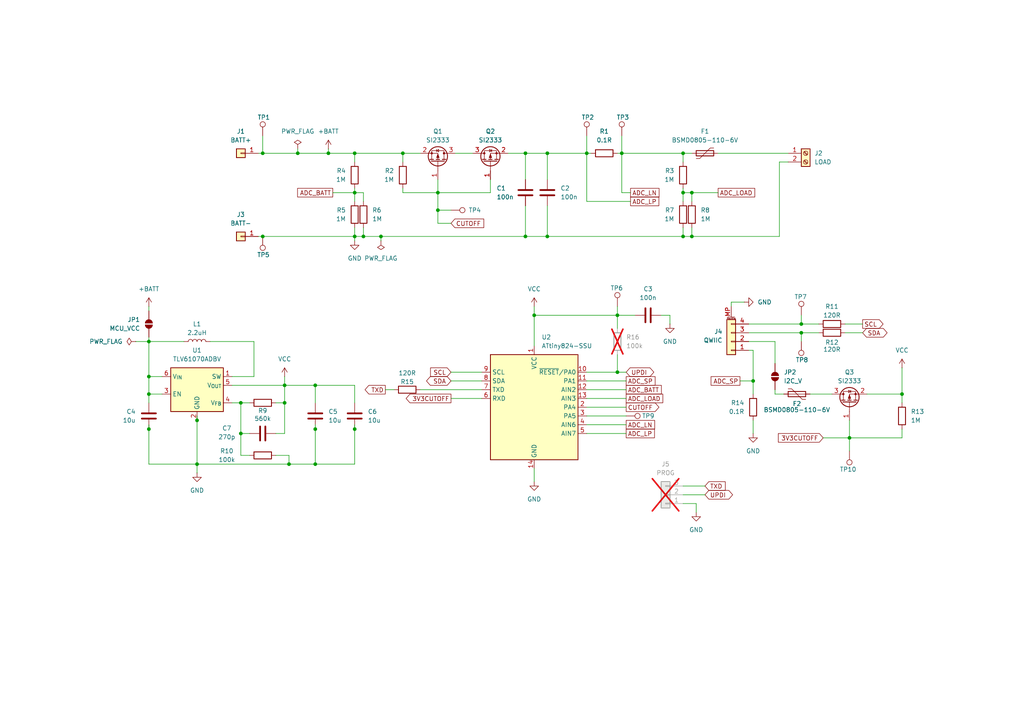
<source format=kicad_sch>
(kicad_sch (version 20250114) (generator "eeschema") (generator_version "9.0")
  (paper "A4")
  (lib_symbols
    (symbol "Connector:Screw_Terminal_01x02" (pin_names (offset 1.016) (hide yes))
      (property "Reference" "J" (at 0 2.54 0))
      (property "Value" "Screw_Terminal_01x02" (at 0 -5.08 0))
      (symbol "Screw_Terminal_01x02_1_1"
        (rectangle (start -1.27 1.27) (end 1.27 -3.81) (stroke (width 0.254)) (fill (type background)))
        (polyline (pts (xy -0.5334 0.3302) (xy 0.3302 -0.508)) (stroke (width 0.1524)))
        (polyline (pts (xy -0.5334 -2.2098) (xy 0.3302 -3.048)) (stroke (width 0.1524)))
        (polyline (pts (xy -0.3556 0.508) (xy 0.508 -0.3302)) (stroke (width 0.1524)))
        (polyline (pts (xy -0.3556 -2.032) (xy 0.508 -2.8702)) (stroke (width 0.1524)))
        (circle (center 0 0) (radius 0.635) (stroke (width 0.1524)))
        (circle (center 0 -2.54) (radius 0.635) (stroke (width 0.1524)))
        (pin passive line (at -5.08 0 0) (length 3.81) (name "Pin_1") (number "1"))
        (pin passive line (at -5.08 -2.54 0) (length 3.81) (name "Pin_2") (number "2"))
      )
    )
    (symbol "Connector:TestPoint" (pin_numbers (hide yes)) (pin_names (offset 0.762) (hide yes))
      (property "Reference" "TP" (at 0 6.858 0))
      (property "Value" "TestPoint" (at 0 5.08 0))
      (symbol "TestPoint_0_1"
        (circle (center 0 3.302) (radius 0.762))
      )
      (symbol "TestPoint_1_1"
        (pin passive line (at 0 0 90) (length 2.54) (name "1") (number "1"))
      )
    )
    (symbol "Connector_Generic:Conn_01x01" (pin_names (offset 1.016) (hide yes))
      (property "Reference" "J" (at 0 2.54 0))
      (property "Value" "Conn_01x01" (at 0 -2.54 0))
      (symbol "Conn_01x01_1_1"
        (rectangle (start -1.27 1.27) (end 1.27 -1.27) (stroke (width 0.254)) (fill (type background)))
        (rectangle (start -1.27 0.127) (end 0 -0.127) (stroke (width 0.1524)))
        (pin passive line (at -5.08 0 0) (length 3.81) (name "Pin_1") (number "1"))
      )
    )
    (symbol "Connector_Generic:Conn_01x03" (pin_names (offset 1.016) (hide yes))
      (property "Reference" "J" (at 0 5.08 0))
      (property "Value" "Conn_01x03" (at 0 -5.08 0))
      (symbol "Conn_01x03_1_1"
        (rectangle (start -1.27 3.81) (end 1.27 -3.81) (stroke (width 0.254)) (fill (type background)))
        (rectangle (start -1.27 2.667) (end 0 2.413) (stroke (width 0.1524)))
        (rectangle (start -1.27 0.127) (end 0 -0.127) (stroke (width 0.1524)))
        (rectangle (start -1.27 -2.413) (end 0 -2.667) (stroke (width 0.1524)))
        (pin passive line (at -5.08 2.54 0) (length 3.81) (name "Pin_1") (number "1"))
        (pin passive line (at -5.08 0 0) (length 3.81) (name "Pin_2") (number "2"))
        (pin passive line (at -5.08 -2.54 0) (length 3.81) (name "Pin_3") (number "3"))
      )
    )
    (symbol "Connector_Generic_MountingPin:Conn_01x04_MountingPin" (pin_names (offset 1.016) (hide yes))
      (property "Reference" "J" (at 0 5.08 0))
      (property "Value" "Conn_01x04_MountingPin" (at 1.27 -7.62 0))
      (symbol "Conn_01x04_MountingPin_1_1"
        (rectangle (start -1.27 3.81) (end 1.27 -6.35) (stroke (width 0.254)) (fill (type background)))
        (rectangle (start -1.27 2.667) (end 0 2.413) (stroke (width 0.1524)))
        (rectangle (start -1.27 0.127) (end 0 -0.127) (stroke (width 0.1524)))
        (rectangle (start -1.27 -2.413) (end 0 -2.667) (stroke (width 0.1524)))
        (rectangle (start -1.27 -4.953) (end 0 -5.207) (stroke (width 0.1524)))
        (polyline (pts (xy -1.016 -7.112) (xy 1.016 -7.112)) (stroke (width 0.1524)))
        (text "Mounting" (at 0 -6.731 0) (effects (font (size 0.381 0.381))))
        (pin passive line (at -5.08 2.54 0) (length 3.81) (name "Pin_1") (number "1"))
        (pin passive line (at -5.08 0 0) (length 3.81) (name "Pin_2") (number "2"))
        (pin passive line (at -5.08 -2.54 0) (length 3.81) (name "Pin_3") (number "3"))
        (pin passive line (at -5.08 -5.08 0) (length 3.81) (name "Pin_4") (number "4"))
        (pin passive line (at 0 -10.16 90) (length 3.048) (name "MountPin") (number "MP"))
      )
    )
    (symbol "Device:C" (pin_numbers (hide yes)) (pin_names (offset 0.254))
      (property "Reference" "C" (at 0.635 2.54 0))
      (property "Value" "C" (at 0.635 -2.54 0))
      (symbol "C_0_1"
        (polyline (pts (xy -2.032 0.762) (xy 2.032 0.762)) (stroke (width 0.508)))
        (polyline (pts (xy -2.032 -0.762) (xy 2.032 -0.762)) (stroke (width 0.508)))
      )
      (symbol "C_1_1"
        (pin passive line (at 0 3.81 270) (length 2.794) (name "~") (number "1"))
        (pin passive line (at 0 -3.81 90) (length 2.794) (name "~") (number "2"))
      )
    )
    (symbol "Device:L" (pin_numbers (hide yes)) (pin_names (offset 1.016) (hide yes))
      (property "Reference" "L" (at -1.27 0 90))
      (property "Value" "L" (at 1.905 0 90))
      (symbol "L_0_1"
        (arc (start 0 2.54) (mid 0.6323 1.905) (end 0 1.27))
        (arc (start 0 1.27) (mid 0.6323 0.635) (end 0 0))
        (arc (start 0 0) (mid 0.6323 -0.635) (end 0 -1.27))
        (arc (start 0 -1.27) (mid 0.6323 -1.905) (end 0 -2.54))
      )
      (symbol "L_1_1"
        (pin passive line (at 0 3.81 270) (length 1.27) (name "1") (number "1"))
        (pin passive line (at 0 -3.81 90) (length 1.27) (name "2") (number "2"))
      )
    )
    (symbol "Device:Polyfuse" (pin_numbers (hide yes)) (pin_names (offset 0))
      (property "Reference" "F" (at -2.54 0 90))
      (property "Value" "Polyfuse" (at 2.54 0 90))
      (symbol "Polyfuse_0_1"
        (polyline (pts (xy -1.524 2.54) (xy -1.524 1.524) (xy 1.524 -1.524) (xy 1.524 -2.54)))
        (rectangle (start -0.762 2.54) (end 0.762 -2.54) (stroke (width 0.254)))
        (polyline (pts (xy 0 2.54) (xy 0 -2.54)))
      )
      (symbol "Polyfuse_1_1"
        (pin passive line (at 0 3.81 270) (length 1.27) (name "~") (number "1"))
        (pin passive line (at 0 -3.81 90) (length 1.27) (name "~") (number "2"))
      )
    )
    (symbol "Device:R" (pin_numbers (hide yes)) (pin_names (offset 0))
      (property "Reference" "R" (at 2.032 0 90))
      (property "Value" "R" (at 0 0 90))
      (symbol "R_0_1"
        (rectangle (start -1.016 -2.54) (end 1.016 2.54) (stroke (width 0.254)))
      )
      (symbol "R_1_1"
        (pin passive line (at 0 3.81 270) (length 1.27) (name "~") (number "1"))
        (pin passive line (at 0 -3.81 90) (length 1.27) (name "~") (number "2"))
      )
    )
    (symbol "Jumper:SolderJumper_2_Open" (pin_numbers (hide yes)) (pin_names (offset 0) (hide yes)) (in_bom no)
      (property "Reference" "JP" (at 0 2.032 0))
      (property "Value" "SolderJumper_2_Open" (at 0 -2.54 0))
      (symbol "SolderJumper_2_Open_0_1"
        (polyline (pts (xy -0.254 1.016) (xy -0.254 -1.016)))
        (arc (start -0.254 -1.016) (mid -1.2656 0) (end -0.254 1.016))
        (arc (start -0.254 -1.016) (mid -1.2656 0) (end -0.254 1.016) (fill (type outline)))
        (arc (start 0.254 1.016) (mid 1.2656 0) (end 0.254 -1.016))
        (arc (start 0.254 1.016) (mid 1.2656 0) (end 0.254 -1.016) (fill (type outline)))
        (polyline (pts (xy 0.254 1.016) (xy 0.254 -1.016)))
      )
      (symbol "SolderJumper_2_Open_1_1"
        (pin passive line (at -3.81 0 0) (length 2.54) (name "A") (number "1"))
        (pin passive line (at 3.81 0 180) (length 2.54) (name "B") (number "2"))
      )
    )
    (symbol "MCU_Microchip_ATtiny:ATtiny824-SS"
      (property "Reference" "U1" (at 2.1433 20.32 0))
      (property "Value" "ATtiny824-SS" (at 2.1433 17.78 0))
      (symbol "ATtiny824-SS_0_1"
        (rectangle (start -12.7 -15.24) (end 12.7 15.24) (stroke (width 0.254)) (fill (type background)))
      )
      (symbol "ATtiny824-SS_1_1"
        (pin bidirectional line (at -15.24 10.16 0) (length 2.54) (name "SCL") (number "9"))
        (pin bidirectional line (at -15.24 7.62 0) (length 2.54) (name "SDA") (number "8"))
        (pin bidirectional line (at -15.24 5.08 0) (length 2.54) (name "TXD") (number "7"))
        (pin bidirectional line (at -15.24 2.54 0) (length 2.54) (name "RXD") (number "6"))
        (pin power_in line (at 0 17.78 270) (length 2.54) (name "VCC") (number "1"))
        (pin power_in line (at 0 -17.78 90) (length 2.54) (name "GND") (number "14"))
        (pin bidirectional line (at 15.24 10.16 180) (length 2.54) (name "~{RESET}/PA0") (number "10"))
        (pin bidirectional line (at 15.24 7.62 180) (length 2.54) (name "PA1") (number "11"))
        (pin bidirectional line (at 15.24 5.08 180) (length 2.54) (name "AIN2") (number "12"))
        (pin bidirectional line (at 15.24 2.54 180) (length 2.54) (name "AIN3") (number "13"))
        (pin bidirectional line (at 15.24 0 180) (length 2.54) (name "PA4") (number "2"))
        (pin bidirectional line (at 15.24 -2.54 180) (length 2.54) (name "PA5") (number "3"))
        (pin bidirectional line (at 15.24 -5.08 180) (length 2.54) (name "AIN6") (number "4"))
        (pin bidirectional line (at 15.24 -7.62 180) (length 2.54) (name "AIN7") (number "5"))
      )
    )
    (symbol "Regulator_Switching:TLV61070ADBV"
      (property "Reference" "U" (at -7.62 8.89 0))
      (property "Value" "TLV61070ADBV" (at 0 8.89 0))
      (symbol "TLV61070ADBV_0_1"
        (rectangle (start -7.62 7.62) (end 7.62 -5.08) (stroke (width 0.254)) (fill (type background)))
      )
      (symbol "TLV61070ADBV_1_1"
        (pin power_in line (at -10.16 5.08 0) (length 2.54) (name "V_{IN}") (number "6"))
        (pin input line (at -10.16 0 0) (length 2.54) (name "EN") (number "3"))
        (pin power_in line (at 0 -7.62 90) (length 2.54) (name "GND") (number "2"))
        (pin input line (at 10.16 5.08 180) (length 2.54) (name "SW") (number "1"))
        (pin power_out line (at 10.16 2.54 180) (length 2.54) (name "V_{OUT}") (number "5"))
        (pin input line (at 10.16 -2.54 180) (length 2.54) (name "V_{FB}") (number "4"))
      )
    )
    (symbol "Transistor_FET:Q_PMOS_GSD" (pin_names (offset 0) (hide yes))
      (property "Reference" "Q" (at 5.08 1.905 0))
      (property "Value" "Q_PMOS_GSD" (at 5.08 0 0))
      (symbol "Q_PMOS_GSD_0_1"
        (polyline (pts (xy 0.254 1.905) (xy 0.254 -1.905)) (stroke (width 0.254)))
        (polyline (pts (xy 0.254 0) (xy -2.54 0)))
        (polyline (pts (xy 0.762 2.286) (xy 0.762 1.27)) (stroke (width 0.254)))
        (polyline (pts (xy 0.762 1.778) (xy 3.302 1.778) (xy 3.302 -1.778) (xy 0.762 -1.778)))
        (polyline (pts (xy 0.762 0.508) (xy 0.762 -0.508)) (stroke (width 0.254)))
        (polyline (pts (xy 0.762 -1.27) (xy 0.762 -2.286)) (stroke (width 0.254)))
        (circle (center 1.651 0) (radius 2.794) (stroke (width 0.254)))
        (polyline (pts (xy 2.286 0) (xy 1.27 0.381) (xy 1.27 -0.381) (xy 2.286 0)) (fill (type outline)))
        (polyline (pts (xy 2.54 2.54) (xy 2.54 1.778)))
        (circle (center 2.54 1.778) (radius 0.254) (fill (type outline)))
        (circle (center 2.54 -1.778) (radius 0.254) (fill (type outline)))
        (polyline (pts (xy 2.54 -2.54) (xy 2.54 0) (xy 0.762 0)))
        (polyline (pts (xy 2.921 -0.381) (xy 3.683 -0.381)))
        (polyline (pts (xy 3.302 -0.381) (xy 2.921 0.254) (xy 3.683 0.254) (xy 3.302 -0.381)))
      )
      (symbol "Q_PMOS_GSD_1_1"
        (pin input line (at -5.08 0 0) (length 2.54) (name "G") (number "1"))
        (pin passive line (at 2.54 5.08 270) (length 2.54) (name "D") (number "3"))
        (pin passive line (at 2.54 -5.08 90) (length 2.54) (name "S") (number "2"))
      )
    )
    (symbol "power:+BATT" (power) (pin_numbers (hide yes)) (pin_names (offset 0) (hide yes))
      (property "Value" "+BATT" (at 0 3.556 0))
      (symbol "+BATT_0_1"
        (polyline (pts (xy -0.762 1.27) (xy 0 2.54)))
        (polyline (pts (xy 0 2.54) (xy 0.762 1.27)))
        (polyline (pts (xy 0 0) (xy 0 2.54)))
      )
      (symbol "+BATT_1_1"
        (pin power_in line (at 0 0 90) (length 0) (name "~") (number "1"))
      )
    )
    (symbol "power:GND" (power) (pin_numbers (hide yes)) (pin_names (offset 0) (hide yes))
      (property "Value" "GND" (at 0 -3.81 0))
      (symbol "GND_0_1"
        (polyline (pts (xy 0 0) (xy 0 -1.27) (xy 1.27 -1.27) (xy 0 -2.54) (xy -1.27 -1.27) (xy 0 -1.27)))
      )
      (symbol "GND_1_1"
        (pin power_in line (at 0 0 270) (length 0) (name "~") (number "1"))
      )
    )
    (symbol "power:PWR_FLAG" (power) (pin_numbers (hide yes)) (pin_names (offset 0) (hide yes))
      (property "Value" "PWR_FLAG" (at 0 3.81 0))
      (symbol "PWR_FLAG_0_0"
        (pin power_out line (at 0 0 90) (length 0) (name "~") (number "1"))
      )
      (symbol "PWR_FLAG_0_1"
        (polyline (pts (xy 0 0) (xy 0 1.27) (xy -1.016 1.905) (xy 0 2.54) (xy 1.016 1.905) (xy 0 1.27)))
      )
    )
    (symbol "power:VCC" (power) (pin_numbers (hide yes)) (pin_names (offset 0) (hide yes))
      (property "Value" "VCC" (at 0 3.556 0))
      (symbol "VCC_0_1"
        (polyline (pts (xy -0.762 1.27) (xy 0 2.54)))
        (polyline (pts (xy 0 2.54) (xy 0.762 1.27)))
        (polyline (pts (xy 0 0) (xy 0 2.54)))
      )
      (symbol "VCC_1_1"
        (pin power_in line (at 0 0 90) (length 0) (name "~") (number "1"))
      )
    )
  )
  (junction (at 180.34 44.45))
  (junction (at 57.15 134.62))
  (junction (at 91.44 134.62))
  (junction (at 95.25 44.45))
  (junction (at 43.18 124.46))
  (junction (at 83.82 134.62))
  (junction (at 179.07 107.95))
  (junction (at 69.85 125.73))
  (junction (at 110.49 68.58))
  (junction (at 218.44 110.49))
  (junction (at 86.36 44.45))
  (junction (at 158.75 68.58))
  (junction (at 91.44 111.76))
  (junction (at 43.18 114.3))
  (junction (at 102.87 44.45))
  (junction (at 82.55 116.84))
  (junction (at 154.94 91.44))
  (junction (at 127 55.88))
  (junction (at 43.18 109.22))
  (junction (at 200.66 68.58))
  (junction (at 91.44 124.46))
  (junction (at 158.75 44.45))
  (junction (at 105.41 68.58))
  (junction (at 179.07 91.44))
  (junction (at 232.41 96.52))
  (junction (at 43.18 99.06))
  (junction (at 76.2 44.45))
  (junction (at 152.4 68.58))
  (junction (at 102.87 55.88))
  (junction (at 116.84 44.45))
  (junction (at 198.12 55.88))
  (junction (at 200.66 55.88))
  (junction (at 127 60.96))
  (junction (at 170.18 44.45))
  (junction (at 246.38 127))
  (junction (at 232.41 93.98))
  (junction (at 198.12 44.45))
  (junction (at 76.2 68.58))
  (junction (at 261.62 114.3))
  (junction (at 57.15 121.92))
  (junction (at 102.87 124.46))
  (junction (at 152.4 44.45))
  (junction (at 198.12 68.58))
  (junction (at 69.85 116.84))
  (junction (at 102.87 68.58))
  (junction (at 82.55 111.76))
  (wire (pts (xy 170.18 123.19) (xy 181.61 123.19)))
  (wire (pts (xy 80.01 132.08) (xy 83.82 132.08)))
  (wire (pts (xy 102.87 68.58) (xy 105.41 68.58)))
  (wire (pts (xy 142.24 52.07) (xy 142.24 55.88)))
  (wire (pts (xy 224.79 99.06) (xy 217.17 99.06)))
  (wire (pts (xy 198.12 44.45) (xy 200.66 44.45)))
  (wire (pts (xy 132.08 44.45) (xy 137.16 44.45)))
  (wire (pts (xy 86.36 43.18) (xy 86.36 44.45)))
  (wire (pts (xy 198.12 54.61) (xy 198.12 55.88)))
  (wire (pts (xy 170.18 44.45) (xy 171.45 44.45)))
  (wire (pts (xy 232.41 96.52) (xy 232.41 99.06)))
  (wire (pts (xy 43.18 114.3) (xy 46.99 114.3)))
  (wire (pts (xy 69.85 116.84) (xy 72.39 116.84)))
  (wire (pts (xy 158.75 68.58) (xy 198.12 68.58)))
  (wire (pts (xy 95.25 44.45) (xy 102.87 44.45)))
  (wire (pts (xy 179.07 88.9) (xy 179.07 91.44)))
  (wire (pts (xy 226.06 68.58) (xy 226.06 46.99)))
  (wire (pts (xy 76.2 44.45) (xy 86.36 44.45)))
  (wire (pts (xy 83.82 132.08) (xy 83.82 134.62)))
  (wire (pts (xy 127 60.96) (xy 130.81 60.96)))
  (wire (pts (xy 218.44 121.92) (xy 218.44 125.73)))
  (wire (pts (xy 73.66 109.22) (xy 73.66 99.06)))
  (wire (pts (xy 127 64.77) (xy 130.81 64.77)))
  (wire (pts (xy 170.18 120.65) (xy 181.61 120.65)))
  (wire (pts (xy 72.39 132.08) (xy 69.85 132.08)))
  (wire (pts (xy 261.62 127) (xy 261.62 124.46)))
  (wire (pts (xy 212.09 87.63) (xy 215.9 87.63)))
  (wire (pts (xy 127 55.88) (xy 127 52.07)))
  (wire (pts (xy 39.37 99.06) (xy 43.18 99.06)))
  (wire (pts (xy 198.12 146.05) (xy 201.93 146.05)))
  (wire (pts (xy 91.44 123.19) (xy 91.44 124.46)))
  (wire (pts (xy 76.2 39.37) (xy 76.2 44.45)))
  (wire (pts (xy 116.84 44.45) (xy 116.84 46.99)))
  (wire (pts (xy 224.79 99.06) (xy 224.79 105.41)))
  (wire (pts (xy 82.55 116.84) (xy 82.55 111.76)))
  (wire (pts (xy 82.55 125.73) (xy 82.55 116.84)))
  (wire (pts (xy 170.18 115.57) (xy 181.61 115.57)))
  (wire (pts (xy 43.18 123.19) (xy 43.18 124.46)))
  (wire (pts (xy 102.87 44.45) (xy 102.87 46.99)))
  (wire (pts (xy 194.31 91.44) (xy 194.31 93.98)))
  (wire (pts (xy 170.18 58.42) (xy 182.88 58.42)))
  (wire (pts (xy 246.38 121.92) (xy 246.38 127)))
  (wire (pts (xy 69.85 125.73) (xy 69.85 116.84)))
  (wire (pts (xy 130.81 115.57) (xy 139.7 115.57)))
  (wire (pts (xy 212.09 87.63) (xy 212.09 88.9)))
  (wire (pts (xy 201.93 146.05) (xy 201.93 148.59)))
  (wire (pts (xy 208.28 44.45) (xy 228.6 44.45)))
  (wire (pts (xy 200.66 66.04) (xy 200.66 68.58)))
  (wire (pts (xy 82.55 111.76) (xy 82.55 109.22)))
  (wire (pts (xy 80.01 125.73) (xy 82.55 125.73)))
  (wire (pts (xy 111.76 113.03) (xy 114.3 113.03)))
  (wire (pts (xy 246.38 127) (xy 246.38 130.81)))
  (wire (pts (xy 180.34 44.45) (xy 198.12 44.45)))
  (wire (pts (xy 105.41 55.88) (xy 102.87 55.88)))
  (wire (pts (xy 102.87 134.62) (xy 91.44 134.62)))
  (wire (pts (xy 224.79 114.3) (xy 224.79 113.03)))
  (wire (pts (xy 245.11 93.98) (xy 250.19 93.98)))
  (wire (pts (xy 43.18 109.22) (xy 46.99 109.22)))
  (wire (pts (xy 152.4 59.69) (xy 152.4 68.58)))
  (wire (pts (xy 102.87 123.19) (xy 102.87 124.46)))
  (wire (pts (xy 74.93 68.58) (xy 76.2 68.58)))
  (wire (pts (xy 91.44 124.46) (xy 91.44 134.62)))
  (wire (pts (xy 102.87 111.76) (xy 91.44 111.76)))
  (wire (pts (xy 80.01 116.84) (xy 82.55 116.84)))
  (wire (pts (xy 217.17 101.6) (xy 218.44 101.6)))
  (wire (pts (xy 127 55.88) (xy 142.24 55.88)))
  (wire (pts (xy 102.87 54.61) (xy 102.87 55.88)))
  (wire (pts (xy 200.66 58.42) (xy 200.66 55.88)))
  (wire (pts (xy 102.87 55.88) (xy 102.87 58.42)))
  (wire (pts (xy 57.15 121.92) (xy 57.15 134.62)))
  (wire (pts (xy 179.07 107.95) (xy 181.61 107.95)))
  (wire (pts (xy 179.07 102.87) (xy 179.07 107.95)))
  (wire (pts (xy 102.87 69.85) (xy 102.87 68.58)))
  (wire (pts (xy 179.07 91.44) (xy 179.07 95.25)))
  (wire (pts (xy 179.07 44.45) (xy 180.34 44.45)))
  (wire (pts (xy 57.15 120.65) (xy 57.15 121.92)))
  (wire (pts (xy 43.18 99.06) (xy 53.34 99.06)))
  (wire (pts (xy 170.18 107.95) (xy 179.07 107.95)))
  (wire (pts (xy 170.18 44.45) (xy 170.18 58.42)))
  (wire (pts (xy 121.92 113.03) (xy 139.7 113.03)))
  (wire (pts (xy 180.34 39.37) (xy 180.34 44.45)))
  (wire (pts (xy 130.81 107.95) (xy 139.7 107.95)))
  (wire (pts (xy 154.94 88.9) (xy 154.94 91.44)))
  (wire (pts (xy 200.66 55.88) (xy 208.28 55.88)))
  (wire (pts (xy 43.18 90.17) (xy 43.18 88.9)))
  (wire (pts (xy 198.12 140.97) (xy 204.47 140.97)))
  (wire (pts (xy 43.18 99.06) (xy 43.18 109.22)))
  (wire (pts (xy 152.4 44.45) (xy 152.4 52.07)))
  (wire (pts (xy 76.2 68.58) (xy 102.87 68.58)))
  (wire (pts (xy 72.39 125.73) (xy 69.85 125.73)))
  (wire (pts (xy 261.62 106.68) (xy 261.62 114.3)))
  (wire (pts (xy 217.17 93.98) (xy 232.41 93.98)))
  (wire (pts (xy 251.46 114.3) (xy 261.62 114.3)))
  (wire (pts (xy 43.18 124.46) (xy 43.18 134.62)))
  (wire (pts (xy 191.77 91.44) (xy 194.31 91.44)))
  (wire (pts (xy 198.12 66.04) (xy 198.12 68.58)))
  (wire (pts (xy 43.18 114.3) (xy 43.18 116.84)))
  (wire (pts (xy 105.41 66.04) (xy 105.41 68.58)))
  (wire (pts (xy 74.93 44.45) (xy 76.2 44.45)))
  (wire (pts (xy 218.44 110.49) (xy 218.44 114.3)))
  (wire (pts (xy 158.75 44.45) (xy 158.75 52.07)))
  (wire (pts (xy 127 55.88) (xy 127 60.96)))
  (wire (pts (xy 102.87 44.45) (xy 116.84 44.45)))
  (wire (pts (xy 82.55 111.76) (xy 67.31 111.76)))
  (wire (pts (xy 43.18 109.22) (xy 43.18 114.3)))
  (wire (pts (xy 158.75 44.45) (xy 170.18 44.45)))
  (wire (pts (xy 238.76 127) (xy 246.38 127)))
  (wire (pts (xy 234.95 114.3) (xy 241.3 114.3)))
  (wire (pts (xy 147.32 44.45) (xy 152.4 44.45)))
  (wire (pts (xy 170.18 125.73) (xy 181.61 125.73)))
  (wire (pts (xy 180.34 44.45) (xy 180.34 55.88)))
  (wire (pts (xy 214.63 110.49) (xy 218.44 110.49)))
  (wire (pts (xy 170.18 110.49) (xy 181.61 110.49)))
  (wire (pts (xy 182.88 55.88) (xy 180.34 55.88)))
  (wire (pts (xy 69.85 132.08) (xy 69.85 125.73)))
  (wire (pts (xy 226.06 46.99) (xy 228.6 46.99)))
  (wire (pts (xy 96.52 55.88) (xy 102.87 55.88)))
  (wire (pts (xy 261.62 114.3) (xy 261.62 116.84)))
  (wire (pts (xy 154.94 91.44) (xy 179.07 91.44)))
  (wire (pts (xy 170.18 113.03) (xy 181.61 113.03)))
  (wire (pts (xy 67.31 116.84) (xy 69.85 116.84)))
  (wire (pts (xy 170.18 39.37) (xy 170.18 44.45)))
  (wire (pts (xy 91.44 111.76) (xy 91.44 116.84)))
  (wire (pts (xy 158.75 59.69) (xy 158.75 68.58)))
  (wire (pts (xy 116.84 55.88) (xy 127 55.88)))
  (wire (pts (xy 102.87 116.84) (xy 102.87 111.76)))
  (wire (pts (xy 86.36 44.45) (xy 95.25 44.45)))
  (wire (pts (xy 110.49 68.58) (xy 152.4 68.58)))
  (wire (pts (xy 246.38 127) (xy 261.62 127)))
  (wire (pts (xy 102.87 124.46) (xy 102.87 134.62)))
  (wire (pts (xy 245.11 96.52) (xy 250.19 96.52)))
  (wire (pts (xy 105.41 58.42) (xy 105.41 55.88)))
  (wire (pts (xy 232.41 91.44) (xy 232.41 93.98)))
  (wire (pts (xy 73.66 99.06) (xy 60.96 99.06)))
  (wire (pts (xy 43.18 99.06) (xy 43.18 97.79)))
  (wire (pts (xy 232.41 96.52) (xy 237.49 96.52)))
  (wire (pts (xy 198.12 143.51) (xy 204.47 143.51)))
  (wire (pts (xy 105.41 68.58) (xy 110.49 68.58)))
  (wire (pts (xy 102.87 66.04) (xy 102.87 68.58)))
  (wire (pts (xy 67.31 109.22) (xy 73.66 109.22)))
  (wire (pts (xy 232.41 93.98) (xy 237.49 93.98)))
  (wire (pts (xy 110.49 69.85) (xy 110.49 68.58)))
  (wire (pts (xy 198.12 55.88) (xy 198.12 58.42)))
  (wire (pts (xy 127 60.96) (xy 127 64.77)))
  (wire (pts (xy 116.84 54.61) (xy 116.84 55.88)))
  (wire (pts (xy 83.82 134.62) (xy 57.15 134.62)))
  (wire (pts (xy 95.25 43.18) (xy 95.25 44.45)))
  (wire (pts (xy 198.12 44.45) (xy 198.12 46.99)))
  (wire (pts (xy 152.4 68.58) (xy 158.75 68.58)))
  (wire (pts (xy 152.4 44.45) (xy 158.75 44.45)))
  (wire (pts (xy 218.44 101.6) (xy 218.44 110.49)))
  (wire (pts (xy 116.84 44.45) (xy 121.92 44.45)))
  (wire (pts (xy 154.94 135.89) (xy 154.94 139.7)))
  (wire (pts (xy 200.66 68.58) (xy 226.06 68.58)))
  (wire (pts (xy 217.17 96.52) (xy 232.41 96.52)))
  (wire (pts (xy 198.12 68.58) (xy 200.66 68.58)))
  (wire (pts (xy 227.33 114.3) (xy 224.79 114.3)))
  (wire (pts (xy 43.18 134.62) (xy 57.15 134.62)))
  (wire (pts (xy 57.15 134.62) (xy 57.15 137.16)))
  (wire (pts (xy 170.18 118.11) (xy 181.61 118.11)))
  (wire (pts (xy 154.94 91.44) (xy 154.94 100.33)))
  (wire (pts (xy 91.44 134.62) (xy 83.82 134.62)))
  (wire (pts (xy 200.66 55.88) (xy 198.12 55.88)))
  (wire (pts (xy 179.07 91.44) (xy 184.15 91.44)))
  (wire (pts (xy 130.81 110.49) (xy 139.7 110.49)))
  (wire (pts (xy 91.44 111.76) (xy 82.55 111.76)))
  (global_label "ADC_LP" (shape passive) (at 182.88 58.42 0) (property "Intersheetrefs" "${INTERSHEET_REFS}" (effects (hide yes))))
  (global_label "UPDI" (shape bidirectional) (at 204.47 143.51 0) (property "Intersheetrefs" "${INTERSHEET_REFS}" (effects (hide yes))))
  (global_label "SCL" (shape output) (at 250.19 93.98 0) (property "Intersheetrefs" "${INTERSHEET_REFS}" (effects (hide yes))))
  (global_label "ADC_SP" (shape passive) (at 214.63 110.49 180) (property "Intersheetrefs" "${INTERSHEET_REFS}" (effects (hide yes))))
  (global_label "CUTOFF" (shape output) (at 181.61 118.11 0) (property "Intersheetrefs" "${INTERSHEET_REFS}" (effects (hide yes))))
  (global_label "ADC_LOAD" (shape passive) (at 208.28 55.88 0) (property "Intersheetrefs" "${INTERSHEET_REFS}" (effects (hide yes))))
  (global_label "ADC_BATT" (shape passive) (at 181.61 113.03 0) (property "Intersheetrefs" "${INTERSHEET_REFS}" (effects (hide yes))))
  (global_label "CUTOFF" (shape input) (at 130.81 64.77 0) (property "Intersheetrefs" "${INTERSHEET_REFS}" (effects (hide yes))))
  (global_label "SCL" (shape input) (at 130.81 107.95 180) (property "Intersheetrefs" "${INTERSHEET_REFS}" (effects (hide yes))))
  (global_label "ADC_LP" (shape passive) (at 181.61 125.73 0) (property "Intersheetrefs" "${INTERSHEET_REFS}" (effects (hide yes))))
  (global_label "ADC_SP" (shape passive) (at 181.61 110.49 0) (property "Intersheetrefs" "${INTERSHEET_REFS}" (effects (hide yes))))
  (global_label "3V3CUTOFF" (shape output) (at 130.81 115.57 180) (property "Intersheetrefs" "${INTERSHEET_REFS}" (effects (hide yes))))
  (global_label "ADC_LOAD" (shape passive) (at 181.61 115.57 0) (property "Intersheetrefs" "${INTERSHEET_REFS}" (effects (hide yes))))
  (global_label "TXD" (shape input) (at 204.47 140.97 0) (property "Intersheetrefs" "${INTERSHEET_REFS}" (effects (hide yes))))
  (global_label "SDA" (shape bidirectional) (at 130.81 110.49 180) (property "Intersheetrefs" "${INTERSHEET_REFS}" (effects (hide yes))))
  (global_label "TXD" (shape output) (at 111.76 113.03 180) (property "Intersheetrefs" "${INTERSHEET_REFS}" (effects (hide yes))))
  (global_label "3V3CUTOFF" (shape input) (at 238.76 127 180) (property "Intersheetrefs" "${INTERSHEET_REFS}" (effects (hide yes))))
  (global_label "ADC_LN" (shape passive) (at 181.61 123.19 0) (property "Intersheetrefs" "${INTERSHEET_REFS}" (effects (hide yes))))
  (global_label "SDA" (shape bidirectional) (at 250.19 96.52 0) (property "Intersheetrefs" "${INTERSHEET_REFS}" (effects (hide yes))))
  (global_label "ADC_LN" (shape passive) (at 182.88 55.88 0) (property "Intersheetrefs" "${INTERSHEET_REFS}" (effects (hide yes))))
  (global_label "ADC_BATT" (shape passive) (at 96.52 55.88 180) (property "Intersheetrefs" "${INTERSHEET_REFS}" (effects (hide yes))))
  (global_label "UPDI" (shape bidirectional) (at 181.61 107.95 0) (property "Intersheetrefs" "${INTERSHEET_REFS}" (effects (hide yes))))
  (symbol (lib_id "power:VCC") (at 82.55 109.22 0) (unit 1)
    (property "Reference" "#PWR04" (effects (hide yes)))
    (property "Value" "VCC" (at 82.55 104.14 0))
    (property "Description" "Power symbol creates a global label with name \"VCC\"" (effects (hide yes)))
  )
  (symbol (lib_id "Transistor_FET:Q_PMOS_GSD") (at 142.24 46.99 90) (unit 1)
    (property "Reference" "Q2" (at 142.24 38.1 90))
    (property "Value" "SI2333" (at 142.24 40.64 90))
    (property "Footprint" "Package_TO_SOT_SMD:SOT-23-3" (effects (hide yes)))
    (property "Description" "P-MOSFET transistor, gate/source/drain" (effects (hide yes)))
  )
  (symbol (lib_id "Device:R") (at 105.41 62.23 0) (unit 1)
    (property "Reference" "R6" (at 107.95 60.9599 0) (effects (justify left)))
    (property "Value" "1M" (at 107.95 63.4999 0) (effects (justify left)))
    (property "Description" "Resistor" (effects (hide yes)))
  )
  (symbol (lib_id "Device:L") (at 57.15 99.06 90) (unit 1)
    (property "Reference" "L1" (at 57.15 93.98 90))
    (property "Value" "2.2uH" (at 57.15 96.52 90))
    (property "Description" "Inductor" (effects (hide yes)))
  )
  (symbol (lib_id "power:+BATT") (at 95.25 43.18 0) (unit 1)
    (property "Reference" "#PWR02" (effects (hide yes)))
    (property "Value" "+BATT" (at 95.25 38.1 0))
    (property "Description" "Power symbol creates a global label with name \"+BATT\"" (effects (hide yes)))
  )
  (symbol (lib_id "Connector:TestPoint") (at 232.41 91.44 0) (unit 1)
    (property "Reference" "TP7" (at 230.378 86.106 0) (effects (justify left)))
    (property "Value" "TestPoint" (effects (hide yes)))
    (property "Description" "test point" (effects (hide yes)))
  )
  (symbol (lib_id "Transistor_FET:Q_PMOS_GSD") (at 127 46.99 270) (mirror x) (unit 1)
    (property "Reference" "Q1" (at 127 38.1 90))
    (property "Value" "SI2333" (at 127 40.64 90))
    (property "Footprint" "Package_TO_SOT_SMD:SOT-23-3" (effects (hide yes)))
    (property "Description" "P-MOSFET transistor, gate/source/drain" (effects (hide yes)))
  )
  (symbol (lib_id "Device:R") (at 241.3 96.52 90) (mirror x) (unit 1)
    (property "Reference" "R12" (at 241.3 99.314 90))
    (property "Value" "120R" (at 241.3 101.346 90))
    (property "Description" "Resistor" (effects (hide yes)))
  )
  (symbol (lib_id "Device:R") (at 116.84 50.8 0) (mirror y) (unit 1)
    (property "Reference" "R2" (at 114.3 49.5299 0) (effects (justify left)))
    (property "Value" "1M" (at 114.3 52.0699 0) (effects (justify left)))
    (property "Description" "Resistor" (effects (hide yes)))
  )
  (symbol (lib_id "Device:R") (at 241.3 93.98 90) (unit 1)
    (property "Reference" "R11" (at 241.3 88.9 90))
    (property "Value" "120R" (at 241.3 91.44 90))
    (property "Description" "Resistor" (effects (hide yes)))
  )
  (symbol (lib_id "Connector_Generic:Conn_01x01") (at 69.85 68.58 180) (unit 1)
    (property "Reference" "J3" (at 69.85 62.23 0))
    (property "Value" "BATT-" (at 69.85 64.77 0))
    (property "Description" "Generic connector, single row, 01x01, script generated (kicad-library-utils/schlib/autogen/connector/)" (effects (hide yes)))
  )
  (symbol (lib_id "Device:C") (at 187.96 91.44 90) (unit 1)
    (property "Reference" "C3" (at 187.96 83.82 90))
    (property "Value" "100n" (at 187.96 86.36 90))
    (property "Description" "Unpolarized capacitor" (effects (hide yes)))
  )
  (symbol (lib_id "Device:C") (at 91.44 120.65 0) (unit 1)
    (property "Reference" "C5" (at 95.25 119.3799 0) (effects (justify left)))
    (property "Value" "10u" (at 95.25 121.9199 0) (effects (justify left)))
    (property "Description" "Unpolarized capacitor" (effects (hide yes)))
  )
  (symbol (lib_id "Device:C") (at 76.2 125.73 90) (unit 1)
    (property "Reference" "C7" (at 65.786 124.206 90))
    (property "Value" "270p" (at 65.786 126.746 90))
    (property "Description" "Unpolarized capacitor" (effects (hide yes)))
  )
  (symbol (lib_id "Device:R") (at 198.12 62.23 0) (mirror y) (unit 1)
    (property "Reference" "R7" (at 195.58 60.9599 0) (effects (justify left)))
    (property "Value" "1M" (at 195.58 63.4999 0) (effects (justify left)))
    (property "Description" "Resistor" (effects (hide yes)))
  )
  (symbol (lib_id "power:PWR_FLAG") (at 110.49 69.85 180) (unit 1)
    (property "Reference" "#FLG02" (effects (hide yes)))
    (property "Value" "PWR_FLAG" (at 110.49 74.93 0))
    (property "Description" "Special symbol for telling ERC where power comes from" (effects (hide yes)))
  )
  (symbol (lib_id "Device:C") (at 152.4 55.88 0) (unit 1)
    (property "Reference" "C1" (at 144.018 54.61 0) (effects (justify left)))
    (property "Value" "100n" (at 144.018 57.15 0) (effects (justify left)))
    (property "Description" "Unpolarized capacitor" (effects (hide yes)))
  )
  (symbol (lib_id "Device:R") (at 261.62 120.65 0) (unit 1)
    (property "Reference" "R13" (at 264.16 119.3799 0) (effects (justify left)))
    (property "Value" "1M" (at 264.16 121.9199 0) (effects (justify left)))
    (property "Description" "Resistor" (effects (hide yes)))
  )
  (symbol (lib_id "power:PWR_FLAG") (at 86.36 43.18 0) (unit 1)
    (property "Reference" "#FLG01" (effects (hide yes)))
    (property "Value" "PWR_FLAG" (at 86.36 38.1 0))
    (property "Description" "Special symbol for telling ERC where power comes from" (effects (hide yes)))
  )
  (symbol (lib_id "Device:R") (at 76.2 132.08 90) (unit 1)
    (property "Reference" "R10" (at 65.786 130.81 90))
    (property "Value" "100k" (at 65.786 133.35 90))
    (property "Description" "Resistor" (effects (hide yes)))
  )
  (symbol (lib_id "Connector:TestPoint") (at 232.41 99.06 180) (unit 1)
    (property "Reference" "TP8" (at 234.442 104.394 0) (effects (justify left)))
    (property "Value" "TestPoint" (effects (hide yes)))
    (property "Description" "test point" (effects (hide yes)))
  )
  (symbol (lib_id "Device:R") (at 118.11 113.03 90) (unit 1)
    (property "Reference" "R15" (at 118.11 110.744 90))
    (property "Value" "120R" (at 118.11 108.204 90))
    (property "Description" "Resistor" (effects (hide yes)))
  )
  (symbol (lib_id "Connector:TestPoint") (at 76.2 39.37 0) (unit 1)
    (property "Reference" "TP1" (at 74.676 34.036 0) (effects (justify left)))
    (property "Value" "TestPoint" (effects (hide yes)))
    (property "Description" "test point" (effects (hide yes)))
  )
  (symbol (lib_id "Connector_Generic_MountingPin:Conn_01x04_MountingPin") (at 212.09 99.06 180) (unit 1)
    (property "Reference" "J4" (at 209.55 96.1643 0) (effects (justify left)))
    (property "Value" "QWIIC" (at 209.55 98.7043 0) (effects (justify left)))
    (property "Description" "Generic connectable mounting pin connector, single row, 01x04, script generated (kicad-library-utils/schlib/autogen/connector/)" (effects (hide yes)))
  )
  (symbol (lib_id "MCU_Microchip_ATtiny:ATtiny824-SS") (at 154.94 118.11 0) (unit 1)
    (property "Reference" "U2" (at 157.0833 97.79 0) (effects (justify left)))
    (property "Value" "ATtiny824-SSU" (at 157.0833 100.33 0) (effects (justify left)))
    (property "Footprint" "Package_SO:SOIC-14_3.9x8.7mm_P1.27mm" (effects (hide yes)))
    (property "Datasheet" "https://ww1.microchip.com/downloads/en/DeviceDoc/ATtiny424-426-427-824-826-827-DataSheet-DS40002311A.pdf" (effects (hide yes)))
    (property "Description" "20MHz, 8kB Flash, 1kB SRAM, 128B EEPROM, SOIC-14" (effects (hide yes)))
  )
  (symbol (lib_id "Connector:TestPoint") (at 76.2 68.58 180) (unit 1)
    (property "Reference" "TP5" (at 78.232 73.914 0) (effects (justify left)))
    (property "Value" "TestPoint" (effects (hide yes)))
    (property "Description" "test point" (effects (hide yes)))
  )
  (symbol (lib_id "power:GND") (at 218.44 125.73 0) (unit 1)
    (property "Reference" "#PWR011" (effects (hide yes)))
    (property "Value" "GND" (at 218.44 130.81 0))
    (property "Description" "Power symbol creates a global label with name \"GND\" , ground" (effects (hide yes)))
  )
  (symbol (lib_id "power:GND") (at 201.93 148.59 0) (unit 1)
    (property "Reference" "#PWR012" (effects (hide yes)))
    (property "Value" "GND" (at 201.93 153.67 0))
    (property "Description" "Power symbol creates a global label with name \"GND\" , ground" (effects (hide yes)))
  )
  (symbol (lib_id "Connector:TestPoint") (at 246.38 130.81 180) (unit 1)
    (property "Reference" "TP10" (at 248.412 136.144 0) (effects (justify left)))
    (property "Value" "TestPoint" (effects (hide yes)))
    (property "Description" "test point" (effects (hide yes)))
  )
  (symbol (lib_id "Device:R") (at 102.87 62.23 0) (mirror y) (unit 1)
    (property "Reference" "R5" (at 100.33 60.9599 0) (effects (justify left)))
    (property "Value" "1M" (at 100.33 63.4999 0) (effects (justify left)))
    (property "Description" "Resistor" (effects (hide yes)))
  )
  (symbol (lib_id "Device:R") (at 179.07 99.06 0) (unit 1) (dnp yes)
    (property "Reference" "R16" (at 181.61 97.7899 0) (effects (justify left)))
    (property "Value" "100k" (at 181.61 100.3299 0) (effects (justify left)))
    (property "Description" "Resistor" (effects (hide yes)))
  )
  (symbol (lib_id "Device:R") (at 200.66 62.23 0) (unit 1)
    (property "Reference" "R8" (at 203.2 60.9599 0) (effects (justify left)))
    (property "Value" "1M" (at 203.2 63.4999 0) (effects (justify left)))
    (property "Description" "Resistor" (effects (hide yes)))
  )
  (symbol (lib_id "Device:R") (at 76.2 116.84 270) (mirror x) (unit 1)
    (property "Reference" "R9" (at 76.2 119.126 90))
    (property "Value" "560k" (at 76.2 121.412 90))
    (property "Description" "Resistor" (effects (hide yes)))
  )
  (symbol (lib_id "Connector:TestPoint") (at 170.18 39.37 0) (unit 1)
    (property "Reference" "TP2" (at 168.656 34.036 0) (effects (justify left)))
    (property "Value" "TestPoint" (effects (hide yes)))
    (property "Description" "test point" (effects (hide yes)))
  )
  (symbol (lib_id "Device:R") (at 102.87 50.8 0) (mirror y) (unit 1)
    (property "Reference" "R4" (at 100.33 49.5299 0) (effects (justify left)))
    (property "Value" "1M" (at 100.33 52.0699 0) (effects (justify left)))
    (property "Description" "Resistor" (effects (hide yes)))
  )
  (symbol (lib_id "power:GND") (at 102.87 69.85 0) (unit 1)
    (property "Reference" "#PWR01" (effects (hide yes)))
    (property "Value" "GND" (at 102.87 74.93 0))
    (property "Description" "Power symbol creates a global label with name \"GND\" , ground" (effects (hide yes)))
  )
  (symbol (lib_id "Connector:TestPoint") (at 179.07 88.9 0) (unit 1)
    (property "Reference" "TP6" (at 177.038 83.566 0) (effects (justify left)))
    (property "Value" "TestPoint" (effects (hide yes)))
    (property "Description" "test point" (effects (hide yes)))
  )
  (symbol (lib_id "power:PWR_FLAG") (at 39.37 99.06 90) (unit 1)
    (property "Reference" "#FLG03" (effects (hide yes)))
    (property "Value" "PWR_FLAG" (at 35.56 99.0599 90) (effects (justify left)))
    (property "Description" "Special symbol for telling ERC where power comes from" (effects (hide yes)))
  )
  (symbol (lib_id "power:VCC") (at 261.62 106.68 0) (unit 1)
    (property "Reference" "#PWR010" (effects (hide yes)))
    (property "Value" "VCC" (at 261.62 101.6 0))
    (property "Description" "Power symbol creates a global label with name \"VCC\"" (effects (hide yes)))
  )
  (symbol (lib_id "power:GND") (at 154.94 139.7 0) (unit 1)
    (property "Reference" "#PWR08" (effects (hide yes)))
    (property "Value" "GND" (at 154.94 144.78 0))
    (property "Description" "Power symbol creates a global label with name \"GND\" , ground" (effects (hide yes)))
  )
  (symbol (lib_id "Connector:TestPoint") (at 181.61 120.65 270) (unit 1)
    (property "Reference" "TP9" (at 186.182 120.65 90) (effects (justify left)))
    (property "Value" "TestPoint" (effects (hide yes)))
    (property "Description" "test point" (effects (hide yes)))
  )
  (symbol (lib_id "Device:C") (at 102.87 120.65 0) (unit 1)
    (property "Reference" "C6" (at 106.68 119.3799 0) (effects (justify left)))
    (property "Value" "10u" (at 106.68 121.9199 0) (effects (justify left)))
    (property "Description" "Unpolarized capacitor" (effects (hide yes)))
  )
  (symbol (lib_id "Connector_Generic:Conn_01x01") (at 69.85 44.45 180) (unit 1)
    (property "Reference" "J1" (at 69.85 38.1 0))
    (property "Value" "BATT+" (at 69.85 40.64 0))
    (property "Description" "Generic connector, single row, 01x01, script generated (kicad-library-utils/schlib/autogen/connector/)" (effects (hide yes)))
  )
  (symbol (lib_id "Device:R") (at 218.44 118.11 0) (mirror y) (unit 1)
    (property "Reference" "R14" (at 215.9 116.8399 0) (effects (justify left)))
    (property "Value" "0.1R" (at 215.9 119.3799 0) (effects (justify left)))
    (property "Description" "Resistor" (effects (hide yes)))
  )
  (symbol (lib_id "power:+BATT") (at 43.18 88.9 0) (unit 1)
    (property "Reference" "#PWR03" (effects (hide yes)))
    (property "Value" "+BATT" (at 43.18 83.82 0))
    (property "Description" "Power symbol creates a global label with name \"+BATT\"" (effects (hide yes)))
  )
  (symbol (lib_id "Device:C") (at 43.18 120.65 0) (mirror y) (unit 1)
    (property "Reference" "C4" (at 39.37 119.3799 0) (effects (justify left)))
    (property "Value" "10u" (at 39.37 121.9199 0) (effects (justify left)))
    (property "Description" "Unpolarized capacitor" (effects (hide yes)))
  )
  (symbol (lib_id "power:GND") (at 215.9 87.63 90) (unit 1)
    (property "Reference" "#PWR09" (effects (hide yes)))
    (property "Value" "GND" (at 219.71 87.6299 90) (effects (justify right)))
    (property "Description" "Power symbol creates a global label with name \"GND\" , ground" (effects (hide yes)))
  )
  (symbol (lib_id "Device:Polyfuse") (at 204.47 44.45 90) (unit 1)
    (property "Reference" "F1" (at 204.47 38.1 90))
    (property "Value" "BSMD0805-110-6V" (at 204.47 40.64 90))
    (property "Description" "Resettable fuse, polymeric positive temperature coefficient" (effects (hide yes)))
  )
  (symbol (lib_id "power:GND") (at 194.31 93.98 0) (unit 1)
    (property "Reference" "#PWR07" (effects (hide yes)))
    (property "Value" "GND" (at 194.31 99.06 0))
    (property "Description" "Power symbol creates a global label with name \"GND\" , ground" (effects (hide yes)))
  )
  (symbol (lib_id "power:GND") (at 57.15 137.16 0) (unit 1)
    (property "Reference" "#PWR05" (effects (hide yes)))
    (property "Value" "GND" (at 57.15 142.24 0))
    (property "Description" "Power symbol creates a global label with name \"GND\" , ground" (effects (hide yes)))
  )
  (symbol (lib_id "Device:R") (at 198.12 50.8 0) (mirror y) (unit 1)
    (property "Reference" "R3" (at 195.58 49.5299 0) (effects (justify left)))
    (property "Value" "1M" (at 195.58 52.0699 0) (effects (justify left)))
    (property "Description" "Resistor" (effects (hide yes)))
  )
  (symbol (lib_id "Connector:TestPoint") (at 180.34 39.37 0) (unit 1)
    (property "Reference" "TP3" (at 178.816 34.036 0) (effects (justify left)))
    (property "Value" "TestPoint" (effects (hide yes)))
    (property "Description" "test point" (effects (hide yes)))
  )
  (symbol (lib_id "Device:C") (at 158.75 55.88 0) (unit 1)
    (property "Reference" "C2" (at 162.56 54.6099 0) (effects (justify left)))
    (property "Value" "100n" (at 162.56 57.1499 0) (effects (justify left)))
    (property "Description" "Unpolarized capacitor" (effects (hide yes)))
  )
  (symbol (lib_id "Device:Polyfuse") (at 231.14 114.3 90) (mirror x) (unit 1)
    (property "Reference" "F2" (at 231.14 117.094 90))
    (property "Value" "BSMD0805-110-6V" (at 231.14 118.872 90))
    (property "Description" "Resettable fuse, polymeric positive temperature coefficient" (effects (hide yes)))
  )
  (symbol (lib_id "Transistor_FET:Q_PMOS_GSD") (at 246.38 116.84 90) (unit 1)
    (property "Reference" "Q3" (at 246.38 107.95 90))
    (property "Value" "SI2333" (at 246.38 110.49 90))
    (property "Footprint" "Package_TO_SOT_SMD:SOT-23-3" (effects (hide yes)))
    (property "Description" "P-MOSFET transistor, gate/source/drain" (effects (hide yes)))
  )
  (symbol (lib_id "Device:R") (at 175.26 44.45 90) (unit 1)
    (property "Reference" "R1" (at 175.26 38.1 90))
    (property "Value" "0.1R" (at 175.26 40.64 90))
    (property "Description" "Resistor" (effects (hide yes)))
  )
  (symbol (lib_id "Connector_Generic:Conn_01x03") (at 193.04 143.51 180) (unit 1) (dnp yes)
    (property "Reference" "J5" (at 193.04 134.62 0))
    (property "Value" "PROG" (at 193.04 137.16 0))
    (property "Description" "Generic connector, single row, 01x03, script generated (kicad-library-utils/schlib/autogen/connector/)" (effects (hide yes)))
  )
  (symbol (lib_id "Jumper:SolderJumper_2_Open") (at 224.79 109.22 270) (unit 1) (in_bom no)
    (property "Reference" "JP2" (at 227.33 107.9499 90) (effects (justify left)))
    (property "Value" "I2C_V" (at 227.33 110.4899 90) (effects (justify left)))
    (property "Description" "Solder Jumper, 2-pole, open" (effects (hide yes)))
  )
  (symbol (lib_id "power:VCC") (at 154.94 88.9 0) (unit 1)
    (property "Reference" "#PWR06" (effects (hide yes)))
    (property "Value" "VCC" (at 154.94 83.82 0))
    (property "Description" "Power symbol creates a global label with name \"VCC\"" (effects (hide yes)))
  )
  (symbol (lib_id "Connector:TestPoint") (at 130.81 60.96 270) (unit 1)
    (property "Reference" "TP4" (at 135.89 60.9599 90) (effects (justify left)))
    (property "Value" "TestPoint" (effects (hide yes)))
    (property "Description" "test point" (effects (hide yes)))
  )
  (symbol (lib_id "Connector:Screw_Terminal_01x02") (at 233.68 44.45 0) (unit 1)
    (property "Reference" "J2" (at 236.22 44.4499 0) (effects (justify left)))
    (property "Value" "LOAD" (at 236.22 46.9899 0) (effects (justify left)))
    (property "Description" "Generic screw terminal, single row, 01x02, script generated (kicad-library-utils/schlib/autogen/connector/)" (effects (hide yes)))
  )
  (symbol (lib_id "Regulator_Switching:TLV61070ADBV") (at 57.15 114.3 0) (unit 1)
    (property "Reference" "U1" (at 57.15 101.6 0))
    (property "Value" "TLV61070ADBV" (at 57.15 104.14 0))
    (property "Footprint" "Package_TO_SOT_SMD:SOT-23-6" (effects (hide yes)))
    (property "Datasheet" "https://www.ti.com/lit/ds/symlink/tlv61070a.pdf" (effects (hide yes)))
    (property "Description" "Boost Converter, 2.5A switch current limit, 2.2-5.5V Output Voltage, 0.5-5.5V Input Voltage, SOT-23-6" (effects (hide yes)))
  )
  (symbol (lib_id "Jumper:SolderJumper_2_Open") (at 43.18 93.98 90) (mirror x) (unit 1) (in_bom no)
    (property "Reference" "JP1" (at 40.64 92.7099 90) (effects (justify left)))
    (property "Value" "MCU_VCC" (at 40.64 95.2499 90) (effects (justify left)))
    (property "Description" "Solder Jumper, 2-pole, open" (effects (hide yes)))
  )
)
</source>
